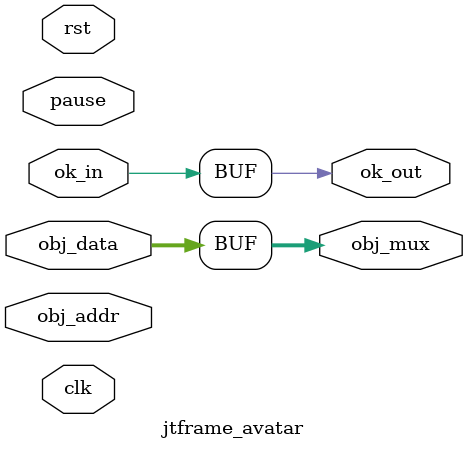
<source format=v>
/*  This file is part of JTFRAME.
    JTFRAME program is free software: you can redistribute it and/or modify
    it under the terms of the GNU General Public License as published by
    the Free Software Foundation, either version 3 of the License, or
    (at your option) any later version.

    JTFRAME program is distributed in the hope that it will be useful,
    but WITHOUT ANY WARRANTY; without even the implied warranty of
    MERCHANTABILITY or FITNESS FOR A PARTICULAR PURPOSE.  See the
    GNU General Public License for more details.

    You should have received a copy of the GNU General Public License
    along with JTFRAME.  If not, see <http://www.gnu.org/licenses/>.

    Author: Jose Tejada Gomez. Twitter: @topapate
    Version: 1.0
    Date: 20-2-2019 */


module jtframe_avatar #(parameter AW=13)(
    input             rst,
    input             clk,
    input             pause,
    input    [AW-1:0] obj_addr,
    input      [15:0] obj_data,
    input             ok_in,
    output reg        ok_out,
    output reg [15:0] obj_mux
);

`ifdef JTFRAME_AVATARS
    // Alternative Objects during pause for MiSTer
    wire [15:0] avatar_data;
    jtframe_ram #(.DW(16), .AW(AW), .SYNFILE("avatar.hex"),.CEN_RD(1)) u_avatars(
        .clk    ( clk            ),
        .cen    ( pause          ),  // tiny power saving when not in pause
        .data   ( 16'd0          ),
        .addr   ( obj_addr       ),
        .we     ( 1'b0           ),
        .q      ( avatar_data    )
    );
    always @(posedge clk) begin
        obj_mux <= pause ? avatar_data : obj_data;
        ok_out  <= ok_in;
    end
`else
    // Let the real data go through
    always @(*) begin
        obj_mux = obj_data;
        ok_out  = ok_in;
    end
`endif

endmodule
</source>
